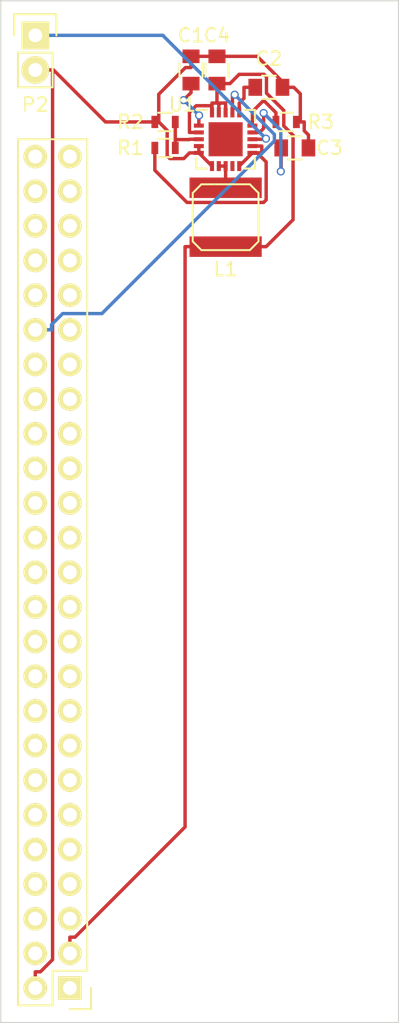
<source format=kicad_pcb>
(kicad_pcb (version 20171130) (host pcbnew "(5.1.12)-1")

  (general
    (thickness 1.6)
    (drawings 5)
    (tracks 127)
    (zones 0)
    (modules 11)
    (nets 60)
  )

  (page A4)
  (layers
    (0 F.Cu signal)
    (31 B.Cu signal)
    (32 B.Adhes user hide)
    (33 F.Adhes user hide)
    (34 B.Paste user hide)
    (35 F.Paste user hide)
    (36 B.SilkS user hide)
    (37 F.SilkS user hide)
    (38 B.Mask user hide)
    (39 F.Mask user hide)
    (40 Dwgs.User user hide)
    (41 Cmts.User user hide)
    (42 Eco1.User user hide)
    (43 Eco2.User user hide)
    (44 Edge.Cuts user)
    (45 Margin user hide)
    (46 B.CrtYd user hide)
    (47 F.CrtYd user hide)
    (48 B.Fab user hide)
    (49 F.Fab user hide)
  )

  (setup
    (last_trace_width 0.25)
    (user_trace_width 0.5)
    (user_trace_width 0.75)
    (trace_clearance 0.2)
    (zone_clearance 0.508)
    (zone_45_only no)
    (trace_min 0.2)
    (via_size 0.6)
    (via_drill 0.4)
    (via_min_size 0.4)
    (via_min_drill 0.3)
    (uvia_size 0.3)
    (uvia_drill 0.1)
    (uvias_allowed no)
    (uvia_min_size 0.2)
    (uvia_min_drill 0.1)
    (edge_width 0.1)
    (segment_width 0.2)
    (pcb_text_width 0.3)
    (pcb_text_size 1.5 1.5)
    (mod_edge_width 0.15)
    (mod_text_size 1 1)
    (mod_text_width 0.15)
    (pad_size 1.5 1.5)
    (pad_drill 0.6)
    (pad_to_mask_clearance 0)
    (aux_axis_origin 0 0)
    (visible_elements 7FFFFFFF)
    (pcbplotparams
      (layerselection 0x00030_80000001)
      (usegerberextensions false)
      (usegerberattributes true)
      (usegerberadvancedattributes true)
      (creategerberjobfile true)
      (excludeedgelayer true)
      (linewidth 0.100000)
      (plotframeref false)
      (viasonmask false)
      (mode 1)
      (useauxorigin false)
      (hpglpennumber 1)
      (hpglpenspeed 20)
      (hpglpendiameter 15.000000)
      (psnegative false)
      (psa4output false)
      (plotreference true)
      (plotvalue true)
      (plotinvisibletext false)
      (padsonsilk false)
      (subtractmaskfromsilk false)
      (outputformat 1)
      (mirror false)
      (drillshape 1)
      (scaleselection 1)
      (outputdirectory ""))
  )

  (net 0 "")
  (net 1 "Net-(C1-Pad1)")
  (net 2 GND)
  (net 3 "Net-(C2-Pad1)")
  (net 4 "Net-(C3-Pad1)")
  (net 5 VDD)
  (net 6 "Net-(L1-Pad2)")
  (net 7 "Net-(P1-Pad1)")
  (net 8 "Net-(P1-Pad4)")
  (net 9 "Net-(P1-Pad5)")
  (net 10 "Net-(P1-Pad6)")
  (net 11 "Net-(P1-Pad7)")
  (net 12 "Net-(P1-Pad8)")
  (net 13 "Net-(P1-Pad9)")
  (net 14 "Net-(P1-Pad10)")
  (net 15 "Net-(P1-Pad11)")
  (net 16 "Net-(P1-Pad12)")
  (net 17 "Net-(P1-Pad13)")
  (net 18 "Net-(P1-Pad14)")
  (net 19 "Net-(P1-Pad15)")
  (net 20 "Net-(P1-Pad16)")
  (net 21 "Net-(P1-Pad17)")
  (net 22 "Net-(P1-Pad18)")
  (net 23 "Net-(P1-Pad19)")
  (net 24 "Net-(P1-Pad20)")
  (net 25 "Net-(P1-Pad21)")
  (net 26 "Net-(P1-Pad22)")
  (net 27 "Net-(P1-Pad23)")
  (net 28 "Net-(P1-Pad24)")
  (net 29 "Net-(P1-Pad25)")
  (net 30 "Net-(P1-Pad26)")
  (net 31 "Net-(P1-Pad27)")
  (net 32 "Net-(P1-Pad28)")
  (net 33 "Net-(P1-Pad29)")
  (net 34 "Net-(P1-Pad30)")
  (net 35 "Net-(P1-Pad31)")
  (net 36 "Net-(P1-Pad32)")
  (net 37 "Net-(P1-Pad33)")
  (net 38 "Net-(P1-Pad34)")
  (net 39 "Net-(P1-Pad35)")
  (net 40 "Net-(P1-Pad36)")
  (net 41 "Net-(P1-Pad37)")
  (net 42 "Net-(P1-Pad38)")
  (net 43 "Net-(P1-Pad39)")
  (net 44 "Net-(P1-Pad40)")
  (net 45 "Net-(P1-Pad41)")
  (net 46 "Net-(P1-Pad42)")
  (net 47 "Net-(P1-Pad43)")
  (net 48 "Net-(P1-Pad44)")
  (net 49 "Net-(P1-Pad45)")
  (net 50 "Net-(P1-Pad46)")
  (net 51 "Net-(P1-Pad47)")
  (net 52 "Net-(P1-Pad48)")
  (net 53 "Net-(P1-Pad49)")
  (net 54 "Net-(P1-Pad50)")
  (net 55 "Net-(P2-Pad1)")
  (net 56 "Net-(R1-Pad1)")
  (net 57 "Net-(R1-Pad2)")
  (net 58 "Net-(R3-Pad2)")
  (net 59 "Net-(U1-Pad9)")

  (net_class Default "This is the default net class."
    (clearance 0.2)
    (trace_width 0.25)
    (via_dia 0.6)
    (via_drill 0.4)
    (uvia_dia 0.3)
    (uvia_drill 0.1)
    (add_net GND)
    (add_net "Net-(C1-Pad1)")
    (add_net "Net-(C2-Pad1)")
    (add_net "Net-(C3-Pad1)")
    (add_net "Net-(L1-Pad2)")
    (add_net "Net-(P1-Pad1)")
    (add_net "Net-(P1-Pad10)")
    (add_net "Net-(P1-Pad11)")
    (add_net "Net-(P1-Pad12)")
    (add_net "Net-(P1-Pad13)")
    (add_net "Net-(P1-Pad14)")
    (add_net "Net-(P1-Pad15)")
    (add_net "Net-(P1-Pad16)")
    (add_net "Net-(P1-Pad17)")
    (add_net "Net-(P1-Pad18)")
    (add_net "Net-(P1-Pad19)")
    (add_net "Net-(P1-Pad20)")
    (add_net "Net-(P1-Pad21)")
    (add_net "Net-(P1-Pad22)")
    (add_net "Net-(P1-Pad23)")
    (add_net "Net-(P1-Pad24)")
    (add_net "Net-(P1-Pad25)")
    (add_net "Net-(P1-Pad26)")
    (add_net "Net-(P1-Pad27)")
    (add_net "Net-(P1-Pad28)")
    (add_net "Net-(P1-Pad29)")
    (add_net "Net-(P1-Pad30)")
    (add_net "Net-(P1-Pad31)")
    (add_net "Net-(P1-Pad32)")
    (add_net "Net-(P1-Pad33)")
    (add_net "Net-(P1-Pad34)")
    (add_net "Net-(P1-Pad35)")
    (add_net "Net-(P1-Pad36)")
    (add_net "Net-(P1-Pad37)")
    (add_net "Net-(P1-Pad38)")
    (add_net "Net-(P1-Pad39)")
    (add_net "Net-(P1-Pad4)")
    (add_net "Net-(P1-Pad40)")
    (add_net "Net-(P1-Pad41)")
    (add_net "Net-(P1-Pad42)")
    (add_net "Net-(P1-Pad43)")
    (add_net "Net-(P1-Pad44)")
    (add_net "Net-(P1-Pad45)")
    (add_net "Net-(P1-Pad46)")
    (add_net "Net-(P1-Pad47)")
    (add_net "Net-(P1-Pad48)")
    (add_net "Net-(P1-Pad49)")
    (add_net "Net-(P1-Pad5)")
    (add_net "Net-(P1-Pad50)")
    (add_net "Net-(P1-Pad6)")
    (add_net "Net-(P1-Pad7)")
    (add_net "Net-(P1-Pad8)")
    (add_net "Net-(P1-Pad9)")
    (add_net "Net-(P2-Pad1)")
    (add_net "Net-(R1-Pad1)")
    (add_net "Net-(R1-Pad2)")
    (add_net "Net-(R3-Pad2)")
    (add_net "Net-(U1-Pad9)")
    (add_net VDD)
  )

  (module Capacitors_SMD:C_0805 (layer F.Cu) (tedit 55E867D5) (tstamp 55E858A5)
    (at 154.94 86.36 90)
    (descr "Capacitor SMD 0805, reflow soldering, AVX (see smccp.pdf)")
    (tags "capacitor 0805")
    (path /55E80CF7)
    (attr smd)
    (fp_text reference C1 (at 2.54 0 180) (layer F.SilkS)
      (effects (font (size 1 1) (thickness 0.15)))
    )
    (fp_text value C (at 0 2.1 90) (layer F.Fab)
      (effects (font (size 1 1) (thickness 0.15)))
    )
    (fp_line (start -0.5 0.85) (end 0.5 0.85) (layer F.SilkS) (width 0.15))
    (fp_line (start 0.5 -0.85) (end -0.5 -0.85) (layer F.SilkS) (width 0.15))
    (fp_line (start 1.8 -1) (end 1.8 1) (layer F.CrtYd) (width 0.05))
    (fp_line (start -1.8 -1) (end -1.8 1) (layer F.CrtYd) (width 0.05))
    (fp_line (start -1.8 1) (end 1.8 1) (layer F.CrtYd) (width 0.05))
    (fp_line (start -1.8 -1) (end 1.8 -1) (layer F.CrtYd) (width 0.05))
    (pad 1 smd rect (at -1 0 90) (size 1 1.25) (layers F.Cu F.Paste F.Mask)
      (net 1 "Net-(C1-Pad1)"))
    (pad 2 smd rect (at 1 0 90) (size 1 1.25) (layers F.Cu F.Paste F.Mask)
      (net 2 GND))
    (model Capacitors_SMD.3dshapes/C_0805.wrl
      (at (xyz 0 0 0))
      (scale (xyz 1 1 1))
      (rotate (xyz 0 0 0))
    )
  )

  (module Capacitors_SMD:C_0805 (layer F.Cu) (tedit 5415D6EA) (tstamp 55E858AB)
    (at 160.655 87.63)
    (descr "Capacitor SMD 0805, reflow soldering, AVX (see smccp.pdf)")
    (tags "capacitor 0805")
    (path /55E80B53)
    (attr smd)
    (fp_text reference C2 (at 0 -2.1) (layer F.SilkS)
      (effects (font (size 1 1) (thickness 0.15)))
    )
    (fp_text value C (at 0 2.1) (layer F.Fab)
      (effects (font (size 1 1) (thickness 0.15)))
    )
    (fp_line (start -0.5 0.85) (end 0.5 0.85) (layer F.SilkS) (width 0.15))
    (fp_line (start 0.5 -0.85) (end -0.5 -0.85) (layer F.SilkS) (width 0.15))
    (fp_line (start 1.8 -1) (end 1.8 1) (layer F.CrtYd) (width 0.05))
    (fp_line (start -1.8 -1) (end -1.8 1) (layer F.CrtYd) (width 0.05))
    (fp_line (start -1.8 1) (end 1.8 1) (layer F.CrtYd) (width 0.05))
    (fp_line (start -1.8 -1) (end 1.8 -1) (layer F.CrtYd) (width 0.05))
    (pad 1 smd rect (at -1 0) (size 1 1.25) (layers F.Cu F.Paste F.Mask)
      (net 3 "Net-(C2-Pad1)"))
    (pad 2 smd rect (at 1 0) (size 1 1.25) (layers F.Cu F.Paste F.Mask)
      (net 2 GND))
    (model Capacitors_SMD.3dshapes/C_0805.wrl
      (at (xyz 0 0 0))
      (scale (xyz 1 1 1))
      (rotate (xyz 0 0 0))
    )
  )

  (module Capacitors_SMD:C_0805 (layer F.Cu) (tedit 55E867EF) (tstamp 55E858B1)
    (at 162.56 92.075)
    (descr "Capacitor SMD 0805, reflow soldering, AVX (see smccp.pdf)")
    (tags "capacitor 0805")
    (path /55E84A4E)
    (attr smd)
    (fp_text reference C3 (at 2.54 0) (layer F.SilkS)
      (effects (font (size 1 1) (thickness 0.15)))
    )
    (fp_text value C (at 0 2.1) (layer F.Fab)
      (effects (font (size 1 1) (thickness 0.15)))
    )
    (fp_line (start -0.5 0.85) (end 0.5 0.85) (layer F.SilkS) (width 0.15))
    (fp_line (start 0.5 -0.85) (end -0.5 -0.85) (layer F.SilkS) (width 0.15))
    (fp_line (start 1.8 -1) (end 1.8 1) (layer F.CrtYd) (width 0.05))
    (fp_line (start -1.8 -1) (end -1.8 1) (layer F.CrtYd) (width 0.05))
    (fp_line (start -1.8 1) (end 1.8 1) (layer F.CrtYd) (width 0.05))
    (fp_line (start -1.8 -1) (end 1.8 -1) (layer F.CrtYd) (width 0.05))
    (pad 1 smd rect (at -1 0) (size 1 1.25) (layers F.Cu F.Paste F.Mask)
      (net 4 "Net-(C3-Pad1)"))
    (pad 2 smd rect (at 1 0) (size 1 1.25) (layers F.Cu F.Paste F.Mask)
      (net 2 GND))
    (model Capacitors_SMD.3dshapes/C_0805.wrl
      (at (xyz 0 0 0))
      (scale (xyz 1 1 1))
      (rotate (xyz 0 0 0))
    )
  )

  (module Capacitors_SMD:C_0805 (layer F.Cu) (tedit 55E867D2) (tstamp 55E858B7)
    (at 156.845 86.36 90)
    (descr "Capacitor SMD 0805, reflow soldering, AVX (see smccp.pdf)")
    (tags "capacitor 0805")
    (path /55E8645A)
    (attr smd)
    (fp_text reference C4 (at 2.54 0 180) (layer F.SilkS)
      (effects (font (size 1 1) (thickness 0.15)))
    )
    (fp_text value C (at 0 2.1 90) (layer F.Fab)
      (effects (font (size 1 1) (thickness 0.15)))
    )
    (fp_line (start -0.5 0.85) (end 0.5 0.85) (layer F.SilkS) (width 0.15))
    (fp_line (start 0.5 -0.85) (end -0.5 -0.85) (layer F.SilkS) (width 0.15))
    (fp_line (start 1.8 -1) (end 1.8 1) (layer F.CrtYd) (width 0.05))
    (fp_line (start -1.8 -1) (end -1.8 1) (layer F.CrtYd) (width 0.05))
    (fp_line (start -1.8 1) (end 1.8 1) (layer F.CrtYd) (width 0.05))
    (fp_line (start -1.8 -1) (end 1.8 -1) (layer F.CrtYd) (width 0.05))
    (pad 1 smd rect (at -1 0 90) (size 1 1.25) (layers F.Cu F.Paste F.Mask)
      (net 5 VDD))
    (pad 2 smd rect (at 1 0 90) (size 1 1.25) (layers F.Cu F.Paste F.Mask)
      (net 2 GND))
    (model Capacitors_SMD.3dshapes/C_0805.wrl
      (at (xyz 0 0 0))
      (scale (xyz 1 1 1))
      (rotate (xyz 0 0 0))
    )
  )

  (module Inductors:SELF-WE-TPC_M (layer F.Cu) (tedit 0) (tstamp 55E858BD)
    (at 157.48 97.155 90)
    (descr "SELF WE-TPC/M")
    (path /55E80F7F)
    (attr smd)
    (fp_text reference L1 (at -3.81 0 180) (layer F.SilkS)
      (effects (font (size 1 1) (thickness 0.15)))
    )
    (fp_text value INDUCTOR (at 0.8001 0 180) (layer F.Fab)
      (effects (font (size 1 1) (thickness 0.15)))
    )
    (fp_line (start -1.778 -2.413) (end 0 -2.413) (layer F.SilkS) (width 0.15))
    (fp_line (start -2.413 -1.778) (end -1.778 -2.413) (layer F.SilkS) (width 0.15))
    (fp_line (start -2.413 1.778) (end -2.413 -1.778) (layer F.SilkS) (width 0.15))
    (fp_line (start -1.778 2.413) (end -2.413 1.778) (layer F.SilkS) (width 0.15))
    (fp_line (start 1.778 2.413) (end -1.778 2.413) (layer F.SilkS) (width 0.15))
    (fp_line (start 2.413 1.778) (end 1.778 2.413) (layer F.SilkS) (width 0.15))
    (fp_line (start 2.413 -1.778) (end 2.413 1.778) (layer F.SilkS) (width 0.15))
    (fp_line (start 1.778 -2.413) (end 2.413 -1.778) (layer F.SilkS) (width 0.15))
    (fp_line (start 0 -2.413) (end 1.778 -2.413) (layer F.SilkS) (width 0.15))
    (pad 1 smd rect (at -2.159 0 90) (size 1.50114 5.30098) (layers F.Cu F.Paste F.Mask)
      (net 5 VDD))
    (pad 2 smd rect (at 2.159 0 90) (size 1.50114 5.30098) (layers F.Cu F.Paste F.Mask)
      (net 6 "Net-(L1-Pad2)"))
    (model Inductors.3dshapes/SELF-WE-TPC_M.wrl
      (at (xyz 0 0 0))
      (scale (xyz 0.4 0.4 0.1))
      (rotate (xyz 0 0 0))
    )
  )

  (module Pin_Headers:Pin_Header_Straight_2x25 (layer F.Cu) (tedit 0) (tstamp 55E858F3)
    (at 146.05 153.67 180)
    (descr "Through hole pin header")
    (tags "pin header")
    (path /55E80B18)
    (fp_text reference P1 (at 0 -5.1 180) (layer F.SilkS)
      (effects (font (size 1 1) (thickness 0.15)))
    )
    (fp_text value CONN_02X25 (at 0 -3.1 180) (layer F.Fab)
      (effects (font (size 1 1) (thickness 0.15)))
    )
    (fp_line (start -1.55 -1.55) (end -1.55 0) (layer F.SilkS) (width 0.15))
    (fp_line (start 1.27 1.27) (end -1.27 1.27) (layer F.SilkS) (width 0.15))
    (fp_line (start 1.27 -1.27) (end 1.27 1.27) (layer F.SilkS) (width 0.15))
    (fp_line (start 0 -1.55) (end -1.55 -1.55) (layer F.SilkS) (width 0.15))
    (fp_line (start 3.81 -1.27) (end 1.27 -1.27) (layer F.SilkS) (width 0.15))
    (fp_line (start 3.81 62.23) (end -1.27 62.23) (layer F.SilkS) (width 0.15))
    (fp_line (start 3.81 62.23) (end 3.81 -1.27) (layer F.SilkS) (width 0.15))
    (fp_line (start -1.27 1.27) (end -1.27 62.23) (layer F.SilkS) (width 0.15))
    (fp_line (start -1.75 62.75) (end 4.3 62.75) (layer F.CrtYd) (width 0.05))
    (fp_line (start -1.75 -1.75) (end 4.3 -1.75) (layer F.CrtYd) (width 0.05))
    (fp_line (start 4.3 -1.75) (end 4.3 62.75) (layer F.CrtYd) (width 0.05))
    (fp_line (start -1.75 -1.75) (end -1.75 62.75) (layer F.CrtYd) (width 0.05))
    (pad 1 thru_hole rect (at 0 0 180) (size 1.7272 1.7272) (drill 1.016) (layers *.Cu *.Mask F.SilkS)
      (net 7 "Net-(P1-Pad1)"))
    (pad 2 thru_hole oval (at 2.54 0 180) (size 1.7272 1.7272) (drill 1.016) (layers *.Cu *.Mask F.SilkS)
      (net 2 GND))
    (pad 3 thru_hole oval (at 0 2.54 180) (size 1.7272 1.7272) (drill 1.016) (layers *.Cu *.Mask F.SilkS)
      (net 5 VDD))
    (pad 4 thru_hole oval (at 2.54 2.54 180) (size 1.7272 1.7272) (drill 1.016) (layers *.Cu *.Mask F.SilkS)
      (net 8 "Net-(P1-Pad4)"))
    (pad 5 thru_hole oval (at 0 5.08 180) (size 1.7272 1.7272) (drill 1.016) (layers *.Cu *.Mask F.SilkS)
      (net 9 "Net-(P1-Pad5)"))
    (pad 6 thru_hole oval (at 2.54 5.08 180) (size 1.7272 1.7272) (drill 1.016) (layers *.Cu *.Mask F.SilkS)
      (net 10 "Net-(P1-Pad6)"))
    (pad 7 thru_hole oval (at 0 7.62 180) (size 1.7272 1.7272) (drill 1.016) (layers *.Cu *.Mask F.SilkS)
      (net 11 "Net-(P1-Pad7)"))
    (pad 8 thru_hole oval (at 2.54 7.62 180) (size 1.7272 1.7272) (drill 1.016) (layers *.Cu *.Mask F.SilkS)
      (net 12 "Net-(P1-Pad8)"))
    (pad 9 thru_hole oval (at 0 10.16 180) (size 1.7272 1.7272) (drill 1.016) (layers *.Cu *.Mask F.SilkS)
      (net 13 "Net-(P1-Pad9)"))
    (pad 10 thru_hole oval (at 2.54 10.16 180) (size 1.7272 1.7272) (drill 1.016) (layers *.Cu *.Mask F.SilkS)
      (net 14 "Net-(P1-Pad10)"))
    (pad 11 thru_hole oval (at 0 12.7 180) (size 1.7272 1.7272) (drill 1.016) (layers *.Cu *.Mask F.SilkS)
      (net 15 "Net-(P1-Pad11)"))
    (pad 12 thru_hole oval (at 2.54 12.7 180) (size 1.7272 1.7272) (drill 1.016) (layers *.Cu *.Mask F.SilkS)
      (net 16 "Net-(P1-Pad12)"))
    (pad 13 thru_hole oval (at 0 15.24 180) (size 1.7272 1.7272) (drill 1.016) (layers *.Cu *.Mask F.SilkS)
      (net 17 "Net-(P1-Pad13)"))
    (pad 14 thru_hole oval (at 2.54 15.24 180) (size 1.7272 1.7272) (drill 1.016) (layers *.Cu *.Mask F.SilkS)
      (net 18 "Net-(P1-Pad14)"))
    (pad 15 thru_hole oval (at 0 17.78 180) (size 1.7272 1.7272) (drill 1.016) (layers *.Cu *.Mask F.SilkS)
      (net 19 "Net-(P1-Pad15)"))
    (pad 16 thru_hole oval (at 2.54 17.78 180) (size 1.7272 1.7272) (drill 1.016) (layers *.Cu *.Mask F.SilkS)
      (net 20 "Net-(P1-Pad16)"))
    (pad 17 thru_hole oval (at 0 20.32 180) (size 1.7272 1.7272) (drill 1.016) (layers *.Cu *.Mask F.SilkS)
      (net 21 "Net-(P1-Pad17)"))
    (pad 18 thru_hole oval (at 2.54 20.32 180) (size 1.7272 1.7272) (drill 1.016) (layers *.Cu *.Mask F.SilkS)
      (net 22 "Net-(P1-Pad18)"))
    (pad 19 thru_hole oval (at 0 22.86 180) (size 1.7272 1.7272) (drill 1.016) (layers *.Cu *.Mask F.SilkS)
      (net 23 "Net-(P1-Pad19)"))
    (pad 20 thru_hole oval (at 2.54 22.86 180) (size 1.7272 1.7272) (drill 1.016) (layers *.Cu *.Mask F.SilkS)
      (net 24 "Net-(P1-Pad20)"))
    (pad 21 thru_hole oval (at 0 25.4 180) (size 1.7272 1.7272) (drill 1.016) (layers *.Cu *.Mask F.SilkS)
      (net 25 "Net-(P1-Pad21)"))
    (pad 22 thru_hole oval (at 2.54 25.4 180) (size 1.7272 1.7272) (drill 1.016) (layers *.Cu *.Mask F.SilkS)
      (net 26 "Net-(P1-Pad22)"))
    (pad 23 thru_hole oval (at 0 27.94 180) (size 1.7272 1.7272) (drill 1.016) (layers *.Cu *.Mask F.SilkS)
      (net 27 "Net-(P1-Pad23)"))
    (pad 24 thru_hole oval (at 2.54 27.94 180) (size 1.7272 1.7272) (drill 1.016) (layers *.Cu *.Mask F.SilkS)
      (net 28 "Net-(P1-Pad24)"))
    (pad 25 thru_hole oval (at 0 30.48 180) (size 1.7272 1.7272) (drill 1.016) (layers *.Cu *.Mask F.SilkS)
      (net 29 "Net-(P1-Pad25)"))
    (pad 26 thru_hole oval (at 2.54 30.48 180) (size 1.7272 1.7272) (drill 1.016) (layers *.Cu *.Mask F.SilkS)
      (net 30 "Net-(P1-Pad26)"))
    (pad 27 thru_hole oval (at 0 33.02 180) (size 1.7272 1.7272) (drill 1.016) (layers *.Cu *.Mask F.SilkS)
      (net 31 "Net-(P1-Pad27)"))
    (pad 28 thru_hole oval (at 2.54 33.02 180) (size 1.7272 1.7272) (drill 1.016) (layers *.Cu *.Mask F.SilkS)
      (net 32 "Net-(P1-Pad28)"))
    (pad 29 thru_hole oval (at 0 35.56 180) (size 1.7272 1.7272) (drill 1.016) (layers *.Cu *.Mask F.SilkS)
      (net 33 "Net-(P1-Pad29)"))
    (pad 30 thru_hole oval (at 2.54 35.56 180) (size 1.7272 1.7272) (drill 1.016) (layers *.Cu *.Mask F.SilkS)
      (net 34 "Net-(P1-Pad30)"))
    (pad 31 thru_hole oval (at 0 38.1 180) (size 1.7272 1.7272) (drill 1.016) (layers *.Cu *.Mask F.SilkS)
      (net 35 "Net-(P1-Pad31)"))
    (pad 32 thru_hole oval (at 2.54 38.1 180) (size 1.7272 1.7272) (drill 1.016) (layers *.Cu *.Mask F.SilkS)
      (net 36 "Net-(P1-Pad32)"))
    (pad 33 thru_hole oval (at 0 40.64 180) (size 1.7272 1.7272) (drill 1.016) (layers *.Cu *.Mask F.SilkS)
      (net 37 "Net-(P1-Pad33)"))
    (pad 34 thru_hole oval (at 2.54 40.64 180) (size 1.7272 1.7272) (drill 1.016) (layers *.Cu *.Mask F.SilkS)
      (net 38 "Net-(P1-Pad34)"))
    (pad 35 thru_hole oval (at 0 43.18 180) (size 1.7272 1.7272) (drill 1.016) (layers *.Cu *.Mask F.SilkS)
      (net 39 "Net-(P1-Pad35)"))
    (pad 36 thru_hole oval (at 2.54 43.18 180) (size 1.7272 1.7272) (drill 1.016) (layers *.Cu *.Mask F.SilkS)
      (net 40 "Net-(P1-Pad36)"))
    (pad 37 thru_hole oval (at 0 45.72 180) (size 1.7272 1.7272) (drill 1.016) (layers *.Cu *.Mask F.SilkS)
      (net 41 "Net-(P1-Pad37)"))
    (pad 38 thru_hole oval (at 2.54 45.72 180) (size 1.7272 1.7272) (drill 1.016) (layers *.Cu *.Mask F.SilkS)
      (net 42 "Net-(P1-Pad38)"))
    (pad 39 thru_hole oval (at 0 48.26 180) (size 1.7272 1.7272) (drill 1.016) (layers *.Cu *.Mask F.SilkS)
      (net 43 "Net-(P1-Pad39)"))
    (pad 40 thru_hole oval (at 2.54 48.26 180) (size 1.7272 1.7272) (drill 1.016) (layers *.Cu *.Mask F.SilkS)
      (net 44 "Net-(P1-Pad40)"))
    (pad 41 thru_hole oval (at 0 50.8 180) (size 1.7272 1.7272) (drill 1.016) (layers *.Cu *.Mask F.SilkS)
      (net 45 "Net-(P1-Pad41)"))
    (pad 42 thru_hole oval (at 2.54 50.8 180) (size 1.7272 1.7272) (drill 1.016) (layers *.Cu *.Mask F.SilkS)
      (net 46 "Net-(P1-Pad42)"))
    (pad 43 thru_hole oval (at 0 53.34 180) (size 1.7272 1.7272) (drill 1.016) (layers *.Cu *.Mask F.SilkS)
      (net 47 "Net-(P1-Pad43)"))
    (pad 44 thru_hole oval (at 2.54 53.34 180) (size 1.7272 1.7272) (drill 1.016) (layers *.Cu *.Mask F.SilkS)
      (net 48 "Net-(P1-Pad44)"))
    (pad 45 thru_hole oval (at 0 55.88 180) (size 1.7272 1.7272) (drill 1.016) (layers *.Cu *.Mask F.SilkS)
      (net 49 "Net-(P1-Pad45)"))
    (pad 46 thru_hole oval (at 2.54 55.88 180) (size 1.7272 1.7272) (drill 1.016) (layers *.Cu *.Mask F.SilkS)
      (net 50 "Net-(P1-Pad46)"))
    (pad 47 thru_hole oval (at 0 58.42 180) (size 1.7272 1.7272) (drill 1.016) (layers *.Cu *.Mask F.SilkS)
      (net 51 "Net-(P1-Pad47)"))
    (pad 48 thru_hole oval (at 2.54 58.42 180) (size 1.7272 1.7272) (drill 1.016) (layers *.Cu *.Mask F.SilkS)
      (net 52 "Net-(P1-Pad48)"))
    (pad 49 thru_hole oval (at 0 60.96 180) (size 1.7272 1.7272) (drill 1.016) (layers *.Cu *.Mask F.SilkS)
      (net 53 "Net-(P1-Pad49)"))
    (pad 50 thru_hole oval (at 2.54 60.96 180) (size 1.7272 1.7272) (drill 1.016) (layers *.Cu *.Mask F.SilkS)
      (net 54 "Net-(P1-Pad50)"))
    (model Pin_Headers.3dshapes/Pin_Header_Straight_2x25.wrl
      (offset (xyz 1.269999980926514 -30.47999954223633 0))
      (scale (xyz 1 1 1))
      (rotate (xyz 0 0 90))
    )
  )

  (module Pin_Headers:Pin_Header_Straight_1x02 (layer F.Cu) (tedit 55E86B7C) (tstamp 55E858F9)
    (at 143.51 83.82)
    (descr "Through hole pin header")
    (tags "pin header")
    (path /55E81D8D)
    (fp_text reference P2 (at 0 5.08) (layer F.SilkS)
      (effects (font (size 1 1) (thickness 0.15)))
    )
    (fp_text value CONN_01X02 (at 0 -3.1) (layer F.Fab)
      (effects (font (size 1 1) (thickness 0.15)))
    )
    (fp_line (start -1.27 3.81) (end 1.27 3.81) (layer F.SilkS) (width 0.15))
    (fp_line (start -1.27 1.27) (end -1.27 3.81) (layer F.SilkS) (width 0.15))
    (fp_line (start -1.55 -1.55) (end 1.55 -1.55) (layer F.SilkS) (width 0.15))
    (fp_line (start -1.55 0) (end -1.55 -1.55) (layer F.SilkS) (width 0.15))
    (fp_line (start 1.27 1.27) (end -1.27 1.27) (layer F.SilkS) (width 0.15))
    (fp_line (start -1.75 4.3) (end 1.75 4.3) (layer F.CrtYd) (width 0.05))
    (fp_line (start -1.75 -1.75) (end 1.75 -1.75) (layer F.CrtYd) (width 0.05))
    (fp_line (start 1.75 -1.75) (end 1.75 4.3) (layer F.CrtYd) (width 0.05))
    (fp_line (start -1.75 -1.75) (end -1.75 4.3) (layer F.CrtYd) (width 0.05))
    (fp_line (start 1.55 -1.55) (end 1.55 0) (layer F.SilkS) (width 0.15))
    (fp_line (start 1.27 1.27) (end 1.27 3.81) (layer F.SilkS) (width 0.15))
    (pad 1 thru_hole rect (at 0 0) (size 2.032 2.032) (drill 1.016) (layers *.Cu *.Mask F.SilkS)
      (net 55 "Net-(P2-Pad1)"))
    (pad 2 thru_hole oval (at 0 2.54) (size 2.032 2.032) (drill 1.016) (layers *.Cu *.Mask F.SilkS)
      (net 2 GND))
    (model Pin_Headers.3dshapes/Pin_Header_Straight_1x02.wrl
      (offset (xyz 0 -1.269999980926514 0))
      (scale (xyz 1 1 1))
      (rotate (xyz 0 0 90))
    )
  )

  (module Resistors_SMD:R_0603 (layer F.Cu) (tedit 0) (tstamp 55E858FF)
    (at 153.035 92.075)
    (descr "Resistor SMD 0603, reflow soldering, Vishay (see dcrcw.pdf)")
    (tags "resistor 0603")
    (path /55E80A94)
    (attr smd)
    (fp_text reference R1 (at -2.54 0) (layer F.SilkS)
      (effects (font (size 1 1) (thickness 0.15)))
    )
    (fp_text value R (at 0 1.9) (layer F.Fab)
      (effects (font (size 1 1) (thickness 0.15)))
    )
    (fp_line (start -0.5 -0.675) (end 0.5 -0.675) (layer F.SilkS) (width 0.15))
    (fp_line (start 0.5 0.675) (end -0.5 0.675) (layer F.SilkS) (width 0.15))
    (fp_line (start 1.3 -0.8) (end 1.3 0.8) (layer F.CrtYd) (width 0.05))
    (fp_line (start -1.3 -0.8) (end -1.3 0.8) (layer F.CrtYd) (width 0.05))
    (fp_line (start -1.3 0.8) (end 1.3 0.8) (layer F.CrtYd) (width 0.05))
    (fp_line (start -1.3 -0.8) (end 1.3 -0.8) (layer F.CrtYd) (width 0.05))
    (pad 1 smd rect (at -0.75 0) (size 0.5 0.9) (layers F.Cu F.Paste F.Mask)
      (net 56 "Net-(R1-Pad1)"))
    (pad 2 smd rect (at 0.75 0) (size 0.5 0.9) (layers F.Cu F.Paste F.Mask)
      (net 57 "Net-(R1-Pad2)"))
    (model Resistors_SMD.3dshapes/R_0603.wrl
      (at (xyz 0 0 0))
      (scale (xyz 1 1 1))
      (rotate (xyz 0 0 0))
    )
  )

  (module Resistors_SMD:R_0603 (layer F.Cu) (tedit 55E8665E) (tstamp 0)
    (at 153.035 90.17 180)
    (descr "Resistor SMD 0603, reflow soldering, Vishay (see dcrcw.pdf)")
    (tags "resistor 0603")
    (path /55E80983)
    (attr smd)
    (fp_text reference R2 (at 2.54 0 180) (layer F.SilkS)
      (effects (font (size 1 1) (thickness 0.15)))
    )
    (fp_text value R (at 0 1.9 180) (layer F.Fab)
      (effects (font (size 1 1) (thickness 0.15)))
    )
    (fp_line (start -0.5 -0.675) (end 0.5 -0.675) (layer F.SilkS) (width 0.15))
    (fp_line (start 0.5 0.675) (end -0.5 0.675) (layer F.SilkS) (width 0.15))
    (fp_line (start 1.3 -0.8) (end 1.3 0.8) (layer F.CrtYd) (width 0.05))
    (fp_line (start -1.3 -0.8) (end -1.3 0.8) (layer F.CrtYd) (width 0.05))
    (fp_line (start -1.3 0.8) (end 1.3 0.8) (layer F.CrtYd) (width 0.05))
    (fp_line (start -1.3 -0.8) (end 1.3 -0.8) (layer F.CrtYd) (width 0.05))
    (pad 1 smd rect (at -0.75 0 180) (size 0.5 0.9) (layers F.Cu F.Paste F.Mask)
      (net 57 "Net-(R1-Pad2)"))
    (pad 2 smd rect (at 0.75 0 180) (size 0.5 0.9) (layers F.Cu F.Paste F.Mask)
      (net 2 GND))
    (model Resistors_SMD.3dshapes/R_0603.wrl
      (at (xyz 0 0 0))
      (scale (xyz 1 1 1))
      (rotate (xyz 0 0 0))
    )
  )

  (module Resistors_SMD:R_0603 (layer F.Cu) (tedit 55E867F3) (tstamp 55E8590B)
    (at 161.925 90.17 180)
    (descr "Resistor SMD 0603, reflow soldering, Vishay (see dcrcw.pdf)")
    (tags "resistor 0603")
    (path /55E809C6)
    (attr smd)
    (fp_text reference R3 (at -2.54 0 180) (layer F.SilkS)
      (effects (font (size 1 1) (thickness 0.15)))
    )
    (fp_text value R (at 0 1.9 180) (layer F.Fab)
      (effects (font (size 1 1) (thickness 0.15)))
    )
    (fp_line (start -0.5 -0.675) (end 0.5 -0.675) (layer F.SilkS) (width 0.15))
    (fp_line (start 0.5 0.675) (end -0.5 0.675) (layer F.SilkS) (width 0.15))
    (fp_line (start 1.3 -0.8) (end 1.3 0.8) (layer F.CrtYd) (width 0.05))
    (fp_line (start -1.3 -0.8) (end -1.3 0.8) (layer F.CrtYd) (width 0.05))
    (fp_line (start -1.3 0.8) (end 1.3 0.8) (layer F.CrtYd) (width 0.05))
    (fp_line (start -1.3 -0.8) (end 1.3 -0.8) (layer F.CrtYd) (width 0.05))
    (pad 1 smd rect (at -0.75 0 180) (size 0.5 0.9) (layers F.Cu F.Paste F.Mask)
      (net 2 GND))
    (pad 2 smd rect (at 0.75 0 180) (size 0.5 0.9) (layers F.Cu F.Paste F.Mask)
      (net 58 "Net-(R3-Pad2)"))
    (model Resistors_SMD.3dshapes/R_0603.wrl
      (at (xyz 0 0 0))
      (scale (xyz 1 1 1))
      (rotate (xyz 0 0 0))
    )
  )

  (module Housings_DFN_QFN:QFN-20-1EP_4x4mm_Pitch0.5mm (layer F.Cu) (tedit 55E867D8) (tstamp 0)
    (at 157.48 91.44)
    (descr "20-Lead Plastic Quad Flat, No Lead Package (ML) - 4x4x0.9 mm Body [QFN]; (see Microchip Packaging Specification 00000049BS.pdf)")
    (tags "QFN 0.5")
    (path /55E8178B)
    (attr smd)
    (fp_text reference U1 (at -3.175 -2.54) (layer F.SilkS)
      (effects (font (size 1 1) (thickness 0.15)))
    )
    (fp_text value DRV8662 (at 0 3.33) (layer F.Fab)
      (effects (font (size 1 1) (thickness 0.15)))
    )
    (fp_line (start 2.15 -2.15) (end 1.375 -2.15) (layer F.SilkS) (width 0.15))
    (fp_line (start 2.15 2.15) (end 1.375 2.15) (layer F.SilkS) (width 0.15))
    (fp_line (start -2.15 2.15) (end -1.375 2.15) (layer F.SilkS) (width 0.15))
    (fp_line (start -2.15 -2.15) (end -1.375 -2.15) (layer F.SilkS) (width 0.15))
    (fp_line (start 2.15 2.15) (end 2.15 1.375) (layer F.SilkS) (width 0.15))
    (fp_line (start -2.15 2.15) (end -2.15 1.375) (layer F.SilkS) (width 0.15))
    (fp_line (start 2.15 -2.15) (end 2.15 -1.375) (layer F.SilkS) (width 0.15))
    (fp_line (start -2.6 2.6) (end 2.6 2.6) (layer F.CrtYd) (width 0.05))
    (fp_line (start -2.6 -2.6) (end 2.6 -2.6) (layer F.CrtYd) (width 0.05))
    (fp_line (start 2.6 -2.6) (end 2.6 2.6) (layer F.CrtYd) (width 0.05))
    (fp_line (start -2.6 -2.6) (end -2.6 2.6) (layer F.CrtYd) (width 0.05))
    (pad 1 smd rect (at -1.965 -1) (size 0.73 0.3) (layers F.Cu F.Paste F.Mask)
      (net 1 "Net-(C1-Pad1)"))
    (pad 2 smd rect (at -1.965 -0.5) (size 0.73 0.3) (layers F.Cu F.Paste F.Mask)
      (net 5 VDD))
    (pad 3 smd rect (at -1.965 0) (size 0.73 0.3) (layers F.Cu F.Paste F.Mask)
      (net 57 "Net-(R1-Pad2)"))
    (pad 4 smd rect (at -1.965 0.5) (size 0.73 0.3) (layers F.Cu F.Paste F.Mask)
      (net 2 GND))
    (pad 5 smd rect (at -1.965 1) (size 0.73 0.3) (layers F.Cu F.Paste F.Mask)
      (net 2 GND))
    (pad 6 smd rect (at -1 1.965 90) (size 0.73 0.3) (layers F.Cu F.Paste F.Mask)
      (net 2 GND))
    (pad 7 smd rect (at -0.5 1.965 90) (size 0.73 0.3) (layers F.Cu F.Paste F.Mask)
      (net 6 "Net-(L1-Pad2)"))
    (pad 8 smd rect (at 0 1.965 90) (size 0.73 0.3) (layers F.Cu F.Paste F.Mask)
      (net 6 "Net-(L1-Pad2)"))
    (pad 9 smd rect (at 0.5 1.965 90) (size 0.73 0.3) (layers F.Cu F.Paste F.Mask)
      (net 59 "Net-(U1-Pad9)"))
    (pad 10 smd rect (at 1 1.965 90) (size 0.73 0.3) (layers F.Cu F.Paste F.Mask)
      (net 56 "Net-(R1-Pad1)"))
    (pad 11 smd rect (at 1.965 1) (size 0.73 0.3) (layers F.Cu F.Paste F.Mask)
      (net 56 "Net-(R1-Pad1)"))
    (pad 12 smd rect (at 1.965 0.5) (size 0.73 0.3) (layers F.Cu F.Paste F.Mask)
      (net 56 "Net-(R1-Pad1)"))
    (pad 13 smd rect (at 1.965 0) (size 0.73 0.3) (layers F.Cu F.Paste F.Mask)
      (net 55 "Net-(P2-Pad1)"))
    (pad 14 smd rect (at 1.965 -0.5) (size 0.73 0.3) (layers F.Cu F.Paste F.Mask)
      (net 4 "Net-(C3-Pad1)"))
    (pad 15 smd rect (at 1.965 -1) (size 0.73 0.3) (layers F.Cu F.Paste F.Mask)
      (net 58 "Net-(R3-Pad2)"))
    (pad 16 smd rect (at 1 -1.965 90) (size 0.73 0.3) (layers F.Cu F.Paste F.Mask)
      (net 3 "Net-(C2-Pad1)"))
    (pad 17 smd rect (at 0.5 -1.965 90) (size 0.73 0.3) (layers F.Cu F.Paste F.Mask)
      (net 44 "Net-(P1-Pad40)"))
    (pad 18 smd rect (at 0 -1.965 90) (size 0.73 0.3) (layers F.Cu F.Paste F.Mask)
      (net 5 VDD))
    (pad 19 smd rect (at -0.5 -1.965 90) (size 0.73 0.3) (layers F.Cu F.Paste F.Mask)
      (net 5 VDD))
    (pad 20 smd rect (at -1 -1.965 90) (size 0.73 0.3) (layers F.Cu F.Paste F.Mask)
      (net 5 VDD))
    (pad 21 smd rect (at 0.625 0.625) (size 1.25 1.25) (layers F.Cu F.Paste F.Mask)
      (solder_paste_margin_ratio -0.2))
    (pad 21 smd rect (at 0.625 -0.625) (size 1.25 1.25) (layers F.Cu F.Paste F.Mask)
      (solder_paste_margin_ratio -0.2))
    (pad 21 smd rect (at -0.625 0.625) (size 1.25 1.25) (layers F.Cu F.Paste F.Mask)
      (solder_paste_margin_ratio -0.2))
    (pad 21 smd rect (at -0.625 -0.625) (size 1.25 1.25) (layers F.Cu F.Paste F.Mask)
      (solder_paste_margin_ratio -0.2))
    (model Housings_DFN_QFN.3dshapes/QFN-20-1EP_4x4mm_Pitch0.5mm.wrl
      (at (xyz 0 0 0))
      (scale (xyz 1 1 1))
      (rotate (xyz 0 0 0))
    )
  )

  (gr_line (start 140.97 81.28) (end 140.97 156.21) (angle 90) (layer Edge.Cuts) (width 0.1))
  (gr_line (start 170.18 81.28) (end 140.97 81.28) (angle 90) (layer Edge.Cuts) (width 0.1))
  (gr_line (start 170.18 156.21) (end 170.18 81.28) (angle 90) (layer Edge.Cuts) (width 0.1))
  (gr_line (start 153.67 156.21) (end 170.18 156.21) (angle 90) (layer Edge.Cuts) (width 0.1))
  (gr_line (start 140.97 156.21) (end 153.67 156.21) (angle 90) (layer Edge.Cuts) (width 0.1))

  (via (at 154.39136 88.57234) (size 0.6) (drill 0.4) (layers F.Cu B.Cu) (net 1))
  (via (at 155.53182 89.69248) (size 0.6) (drill 0.4) (layers F.Cu B.Cu) (net 1))
  (segment (start 155.515 89.7093) (end 155.53182 89.69248) (width 0.25) (layer F.Cu) (net 1))
  (segment (start 155.515 90.44) (end 155.515 89.7093) (width 0.25) (layer F.Cu) (net 1))
  (segment (start 154.94 88.0237) (end 154.39136 88.57234) (width 0.25) (layer F.Cu) (net 1))
  (segment (start 154.94 87.36) (end 154.94 88.0237) (width 0.25) (layer F.Cu) (net 1))
  (segment (start 154.41168 88.57234) (end 155.53182 89.69248) (width 0.25) (layer B.Cu) (net 1))
  (segment (start 154.39136 88.57234) (end 154.41168 88.57234) (width 0.25) (layer B.Cu) (net 1))
  (via (at 161.5313 93.79712) (size 0.6) (drill 0.4) (layers F.Cu B.Cu) (net 4))
  (via (at 160.26892 89.51468) (size 0.6) (drill 0.4) (layers F.Cu B.Cu) (net 4))
  (segment (start 152.5726 90.17) (end 153.1915 90.7889) (width 0.25) (layer F.Cu) (net 2))
  (segment (start 153.1915 90.7889) (end 153.1915 92.6625) (width 0.25) (layer F.Cu) (net 2))
  (segment (start 153.1915 92.6625) (end 153.3875 92.8585) (width 0.25) (layer F.Cu) (net 2))
  (segment (start 153.3875 92.8585) (end 154.4064 92.8585) (width 0.25) (layer F.Cu) (net 2))
  (segment (start 154.4064 92.8585) (end 154.8249 92.44) (width 0.25) (layer F.Cu) (net 2))
  (segment (start 152.5726 90.17) (end 152.5726 88.1399) (width 0.25) (layer F.Cu) (net 2))
  (segment (start 152.5726 88.1399) (end 154.5274 86.1851) (width 0.25) (layer F.Cu) (net 2))
  (segment (start 154.5274 86.1851) (end 154.94 86.1851) (width 0.25) (layer F.Cu) (net 2))
  (segment (start 155.515 92.44) (end 154.8249 92.44) (width 0.25) (layer F.Cu) (net 2))
  (segment (start 162.0676 87.63) (end 159.7976 85.36) (width 0.25) (layer F.Cu) (net 2))
  (segment (start 159.7976 85.36) (end 156.845 85.36) (width 0.25) (layer F.Cu) (net 2))
  (segment (start 162.0676 87.63) (end 162.4801 87.63) (width 0.25) (layer F.Cu) (net 2))
  (segment (start 161.655 87.63) (end 162.0676 87.63) (width 0.25) (layer F.Cu) (net 2))
  (segment (start 162.9626 90.17) (end 162.9626 88.1125) (width 0.25) (layer F.Cu) (net 2))
  (segment (start 162.9626 88.1125) (end 162.4801 87.63) (width 0.25) (layer F.Cu) (net 2))
  (segment (start 162.9626 90.17) (end 163.2501 90.17) (width 0.25) (layer F.Cu) (net 2))
  (segment (start 162.675 90.17) (end 162.9626 90.17) (width 0.25) (layer F.Cu) (net 2))
  (segment (start 156.845 85.36) (end 154.94 85.36) (width 0.25) (layer F.Cu) (net 2))
  (segment (start 143.51 153.67) (end 143.51 152.4813) (width 0.25) (layer F.Cu) (net 2))
  (segment (start 144.78 86.36) (end 144.8511 86.36) (width 0.25) (layer F.Cu) (net 2))
  (segment (start 143.51 86.36) (end 144.78 86.36) (width 0.25) (layer F.Cu) (net 2))
  (segment (start 143.51 152.4813) (end 143.8815 152.4813) (width 0.25) (layer F.Cu) (net 2))
  (segment (start 143.8815 152.4813) (end 144.78 151.5828) (width 0.25) (layer F.Cu) (net 2))
  (segment (start 144.78 151.5828) (end 144.78 86.36) (width 0.25) (layer F.Cu) (net 2))
  (segment (start 144.8511 86.36) (end 148.6611 90.17) (width 0.25) (layer F.Cu) (net 2))
  (segment (start 148.6611 90.17) (end 152.285 90.17) (width 0.25) (layer F.Cu) (net 2))
  (segment (start 154.94 85.36) (end 154.94 86.1851) (width 0.25) (layer F.Cu) (net 2))
  (segment (start 152.285 90.17) (end 152.5726 90.17) (width 0.25) (layer F.Cu) (net 2))
  (segment (start 163.56 92.075) (end 163.56 91.1249) (width 0.25) (layer F.Cu) (net 2))
  (segment (start 163.2501 90.17) (end 163.2501 90.815) (width 0.25) (layer F.Cu) (net 2))
  (segment (start 163.2501 90.815) (end 163.56 91.1249) (width 0.25) (layer F.Cu) (net 2))
  (segment (start 155.515 92.44) (end 155.515 91.94) (width 0.25) (layer F.Cu) (net 2))
  (segment (start 156.48 93.405) (end 155.515 92.44) (width 0.25) (layer F.Cu) (net 2))
  (segment (start 159.655 87.63) (end 158.8299 87.63) (width 0.25) (layer F.Cu) (net 3))
  (segment (start 158.48 89.475) (end 158.48 88.7849) (width 0.25) (layer F.Cu) (net 3))
  (segment (start 158.48 88.7849) (end 158.8299 88.435) (width 0.25) (layer F.Cu) (net 3))
  (segment (start 158.8299 88.435) (end 158.8299 87.63) (width 0.25) (layer F.Cu) (net 3))
  (segment (start 160.26892 90.641998) (end 160.26892 89.51468) (width 0.25) (layer F.Cu) (net 4))
  (segment (start 159.970918 90.94) (end 160.26892 90.641998) (width 0.25) (layer F.Cu) (net 4))
  (segment (start 159.445 90.94) (end 159.970918 90.94) (width 0.25) (layer F.Cu) (net 4))
  (segment (start 161.56 93.76842) (end 161.5313 93.79712) (width 0.25) (layer F.Cu) (net 4))
  (segment (start 161.56 92.075) (end 161.56 93.76842) (width 0.25) (layer F.Cu) (net 4))
  (segment (start 161.5313 90.77706) (end 161.5313 93.79712) (width 0.25) (layer B.Cu) (net 4))
  (segment (start 160.26892 89.51468) (end 161.5313 90.77706) (width 0.25) (layer B.Cu) (net 4))
  (segment (start 156.48 88.982) (end 156.48 88.7849) (width 0.25) (layer F.Cu) (net 5))
  (segment (start 156.48 89.475) (end 156.48 88.982) (width 0.25) (layer F.Cu) (net 5))
  (segment (start 157.48 99.314) (end 160.4556 99.314) (width 0.25) (layer F.Cu) (net 5))
  (segment (start 156.845 87.36) (end 157.7951 87.36) (width 0.25) (layer F.Cu) (net 5))
  (segment (start 157.7951 87.36) (end 158.4753 86.6798) (width 0.25) (layer F.Cu) (net 5))
  (segment (start 158.4753 86.6798) (end 160.2959 86.6798) (width 0.25) (layer F.Cu) (net 5))
  (segment (start 160.2959 86.6798) (end 160.4802 86.8641) (width 0.25) (layer F.Cu) (net 5))
  (segment (start 160.4802 86.8641) (end 160.4802 88.0578) (width 0.25) (layer F.Cu) (net 5))
  (segment (start 160.4802 88.0578) (end 161.7502 89.3278) (width 0.25) (layer F.Cu) (net 5))
  (segment (start 161.7502 89.3278) (end 161.7502 90.4609) (width 0.25) (layer F.Cu) (net 5))
  (segment (start 161.7502 90.4609) (end 162.4297 91.1404) (width 0.25) (layer F.Cu) (net 5))
  (segment (start 162.4297 91.1404) (end 162.4297 97.3399) (width 0.25) (layer F.Cu) (net 5))
  (segment (start 162.4297 97.3399) (end 160.4556 99.314) (width 0.25) (layer F.Cu) (net 5))
  (segment (start 156.845 88.7849) (end 156.845 87.36) (width 0.25) (layer F.Cu) (net 5))
  (segment (start 157.48 99.314) (end 154.5044 99.314) (width 0.25) (layer F.Cu) (net 5))
  (segment (start 146.05 151.13) (end 146.05 149.9413) (width 0.25) (layer F.Cu) (net 5))
  (segment (start 146.05 149.9413) (end 146.4215 149.9413) (width 0.25) (layer F.Cu) (net 5))
  (segment (start 146.4215 149.9413) (end 154.5044 141.8584) (width 0.25) (layer F.Cu) (net 5))
  (segment (start 154.5044 141.8584) (end 154.5044 99.314) (width 0.25) (layer F.Cu) (net 5))
  (segment (start 156.98 88.9099) (end 156.98 89.475) (width 0.25) (layer F.Cu) (net 5))
  (segment (start 157.48 88.7849) (end 157.105 88.7849) (width 0.25) (layer F.Cu) (net 5))
  (segment (start 157.105 88.7849) (end 156.98 88.9099) (width 0.25) (layer F.Cu) (net 5))
  (segment (start 156.98 88.9099) (end 156.98 88.7849) (width 0.25) (layer F.Cu) (net 5))
  (segment (start 157.48 89.475) (end 157.48 88.7849) (width 0.25) (layer F.Cu) (net 5))
  (segment (start 156.845 88.7849) (end 156.98 88.7849) (width 0.25) (layer F.Cu) (net 5))
  (segment (start 156.48 88.7849) (end 156.845 88.7849) (width 0.25) (layer F.Cu) (net 5))
  (segment (start 155.9673 88.982) (end 156.48 88.982) (width 0.25) (layer F.Cu) (net 5))
  (segment (start 155.317298 88.982) (end 155.9673 88.982) (width 0.25) (layer F.Cu) (net 5))
  (segment (start 154.8249 89.474398) (end 155.317298 88.982) (width 0.25) (layer F.Cu) (net 5))
  (segment (start 154.8249 90.94) (end 154.8249 89.474398) (width 0.25) (layer F.Cu) (net 5))
  (segment (start 155.515 90.94) (end 154.8249 90.94) (width 0.25) (layer F.Cu) (net 5))
  (segment (start 156.98 93.405) (end 157.48 93.405) (width 0.25) (layer F.Cu) (net 6))
  (segment (start 157.48 93.405) (end 157.48 94.996) (width 0.25) (layer F.Cu) (net 6))
  (segment (start 143.51 105.41) (end 144.6987 105.41) (width 0.25) (layer B.Cu) (net 44))
  (segment (start 157.98 89.475) (end 157.98 88.3372) (width 0.25) (layer F.Cu) (net 44))
  (segment (start 157.98 88.3372) (end 158.1458 88.1714) (width 0.25) (layer F.Cu) (net 44))
  (segment (start 144.6987 105.41) (end 144.6987 105.0384) (width 0.25) (layer B.Cu) (net 44))
  (segment (start 144.6987 105.0384) (end 145.5158 104.2213) (width 0.25) (layer B.Cu) (net 44))
  (segment (start 145.5158 104.2213) (end 148.3993 104.2213) (width 0.25) (layer B.Cu) (net 44))
  (segment (start 148.3993 104.2213) (end 161.059 91.5616) (width 0.25) (layer B.Cu) (net 44))
  (segment (start 161.059 91.5616) (end 161.059 91.0846) (width 0.25) (layer B.Cu) (net 44))
  (segment (start 161.059 91.0846) (end 158.1458 88.1714) (width 0.25) (layer B.Cu) (net 44))
  (via (at 158.1458 88.1714) (size 0.6) (layers F.Cu B.Cu) (net 44))
  (segment (start 143.51 83.82) (end 152.8915 83.82) (width 0.25) (layer B.Cu) (net 55))
  (via (at 160.4391 91.39682) (size 0.6) (layers F.Cu B.Cu) (net 55))
  (segment (start 160.39592 91.44) (end 160.4391 91.39682) (width 0.25) (layer F.Cu) (net 55))
  (segment (start 159.445 91.44) (end 160.39592 91.44) (width 0.25) (layer F.Cu) (net 55))
  (segment (start 152.8915 83.84922) (end 152.8915 83.82) (width 0.25) (layer B.Cu) (net 55))
  (segment (start 160.4391 91.39682) (end 152.8915 83.84922) (width 0.25) (layer B.Cu) (net 55))
  (segment (start 159.7901 92.44) (end 160.4557 93.1056) (width 0.25) (layer F.Cu) (net 56))
  (segment (start 160.4557 93.1056) (end 160.4557 95.8864) (width 0.25) (layer F.Cu) (net 56))
  (segment (start 160.4557 95.8864) (end 160.2703 96.0718) (width 0.25) (layer F.Cu) (net 56))
  (segment (start 160.2703 96.0718) (end 154.6456 96.0718) (width 0.25) (layer F.Cu) (net 56))
  (segment (start 154.6456 96.0718) (end 152.285 93.7112) (width 0.25) (layer F.Cu) (net 56))
  (segment (start 152.285 93.7112) (end 152.285 92.075) (width 0.25) (layer F.Cu) (net 56))
  (segment (start 159.445 92.44) (end 159.7901 92.44) (width 0.25) (layer F.Cu) (net 56))
  (segment (start 159.7901 92.44) (end 160.1351 92.44) (width 0.25) (layer F.Cu) (net 56))
  (segment (start 159.445 91.94) (end 160.1351 91.94) (width 0.25) (layer F.Cu) (net 56))
  (segment (start 160.1351 91.94) (end 160.1351 92.44) (width 0.25) (layer F.Cu) (net 56))
  (segment (start 159.445 92.44) (end 158.48 93.405) (width 0.25) (layer F.Cu) (net 56))
  (segment (start 155.515 91.44) (end 154.8249 91.44) (width 0.25) (layer F.Cu) (net 57))
  (segment (start 153.785 91.4648) (end 154.8001 91.4648) (width 0.25) (layer F.Cu) (net 57))
  (segment (start 154.8001 91.4648) (end 154.8249 91.44) (width 0.25) (layer F.Cu) (net 57))
  (segment (start 153.785 91.4648) (end 153.785 91.2999) (width 0.25) (layer F.Cu) (net 57))
  (segment (start 153.785 91.4949) (end 153.785 91.4648) (width 0.25) (layer F.Cu) (net 57))
  (segment (start 153.785 92.075) (end 153.785 91.4949) (width 0.25) (layer F.Cu) (net 57))
  (segment (start 153.785 90.9451) (end 153.785 91.2999) (width 0.25) (layer F.Cu) (net 57))
  (segment (start 153.785 90.17) (end 153.785 90.9451) (width 0.25) (layer F.Cu) (net 57))
  (segment (start 161.175 89.495758) (end 161.175 90.17) (width 0.25) (layer F.Cu) (net 58))
  (segment (start 160.337942 88.6587) (end 161.175 89.495758) (width 0.25) (layer F.Cu) (net 58))
  (segment (start 160.199898 88.6587) (end 160.337942 88.6587) (width 0.25) (layer F.Cu) (net 58))
  (segment (start 159.445 89.413598) (end 160.199898 88.6587) (width 0.25) (layer F.Cu) (net 58))
  (segment (start 159.445 90.44) (end 159.445 89.413598) (width 0.25) (layer F.Cu) (net 58))

)

</source>
